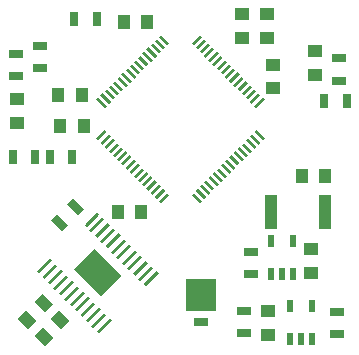
<source format=gbr>
G04 #@! TF.FileFunction,Soldermask,Bot*
%FSLAX46Y46*%
G04 Gerber Fmt 4.6, Leading zero omitted, Abs format (unit mm)*
G04 Created by KiCad (PCBNEW (2014-12-04 BZR 5312)-product) date St 22. apríl 2015, 11:14:28 CEST*
%MOMM*%
G01*
G04 APERTURE LIST*
%ADD10C,0.100000*%
%ADD11R,1.300000X0.700000*%
%ADD12R,0.700000X1.300000*%
%ADD13R,0.500000X1.000000*%
%ADD14R,1.000000X3.000000*%
%ADD15R,1.250000X1.000000*%
%ADD16R,1.000000X1.250000*%
%ADD17C,0.250000*%
%ADD18R,2.540000X2.670000*%
%ADD19R,1.270000X0.762000*%
G04 APERTURE END LIST*
D10*
G36*
X233644101Y-76584023D02*
X233467324Y-76760800D01*
X232760217Y-76053693D01*
X232936994Y-75876916D01*
X233644101Y-76584023D01*
X233644101Y-76584023D01*
G37*
G36*
X233290548Y-76937577D02*
X233113771Y-77114354D01*
X232406664Y-76407247D01*
X232583441Y-76230470D01*
X233290548Y-76937577D01*
X233290548Y-76937577D01*
G37*
G36*
X232936994Y-77291130D02*
X232760217Y-77467907D01*
X232053110Y-76760800D01*
X232229887Y-76584023D01*
X232936994Y-77291130D01*
X232936994Y-77291130D01*
G37*
G36*
X232583441Y-77644683D02*
X232406664Y-77821460D01*
X231699557Y-77114353D01*
X231876334Y-76937576D01*
X232583441Y-77644683D01*
X232583441Y-77644683D01*
G37*
G36*
X232229888Y-77998237D02*
X232053111Y-78175014D01*
X231346004Y-77467907D01*
X231522781Y-77291130D01*
X232229888Y-77998237D01*
X232229888Y-77998237D01*
G37*
G36*
X231876334Y-78351790D02*
X231699557Y-78528567D01*
X230992450Y-77821460D01*
X231169227Y-77644683D01*
X231876334Y-78351790D01*
X231876334Y-78351790D01*
G37*
G36*
X231522781Y-78705344D02*
X231346004Y-78882121D01*
X230638897Y-78175014D01*
X230815674Y-77998237D01*
X231522781Y-78705344D01*
X231522781Y-78705344D01*
G37*
G36*
X231169227Y-79058897D02*
X230992450Y-79235674D01*
X230285343Y-78528567D01*
X230462120Y-78351790D01*
X231169227Y-79058897D01*
X231169227Y-79058897D01*
G37*
G36*
X230815674Y-79412450D02*
X230638897Y-79589227D01*
X229931790Y-78882120D01*
X230108567Y-78705343D01*
X230815674Y-79412450D01*
X230815674Y-79412450D01*
G37*
G36*
X230462121Y-79766004D02*
X230285344Y-79942781D01*
X229578237Y-79235674D01*
X229755014Y-79058897D01*
X230462121Y-79766004D01*
X230462121Y-79766004D01*
G37*
G36*
X230108567Y-80119557D02*
X229931790Y-80296334D01*
X229224683Y-79589227D01*
X229401460Y-79412450D01*
X230108567Y-80119557D01*
X230108567Y-80119557D01*
G37*
G36*
X229755014Y-80473111D02*
X229578237Y-80649888D01*
X228871130Y-79942781D01*
X229047907Y-79766004D01*
X229755014Y-80473111D01*
X229755014Y-80473111D01*
G37*
G36*
X229401460Y-80826664D02*
X229224683Y-81003441D01*
X228517576Y-80296334D01*
X228694353Y-80119557D01*
X229401460Y-80826664D01*
X229401460Y-80826664D01*
G37*
G36*
X229047907Y-81180217D02*
X228871130Y-81356994D01*
X228164023Y-80649887D01*
X228340800Y-80473110D01*
X229047907Y-81180217D01*
X229047907Y-81180217D01*
G37*
G36*
X228694354Y-81533771D02*
X228517577Y-81710548D01*
X227810470Y-81003441D01*
X227987247Y-80826664D01*
X228694354Y-81533771D01*
X228694354Y-81533771D01*
G37*
G36*
X228340800Y-81887324D02*
X228164023Y-82064101D01*
X227456916Y-81356994D01*
X227633693Y-81180217D01*
X228340800Y-81887324D01*
X228340800Y-81887324D01*
G37*
G36*
X224875977Y-82064101D02*
X224699200Y-81887324D01*
X225406307Y-81180217D01*
X225583084Y-81356994D01*
X224875977Y-82064101D01*
X224875977Y-82064101D01*
G37*
G36*
X224522423Y-81710548D02*
X224345646Y-81533771D01*
X225052753Y-80826664D01*
X225229530Y-81003441D01*
X224522423Y-81710548D01*
X224522423Y-81710548D01*
G37*
G36*
X224168870Y-81356994D02*
X223992093Y-81180217D01*
X224699200Y-80473110D01*
X224875977Y-80649887D01*
X224168870Y-81356994D01*
X224168870Y-81356994D01*
G37*
G36*
X223815317Y-81003441D02*
X223638540Y-80826664D01*
X224345647Y-80119557D01*
X224522424Y-80296334D01*
X223815317Y-81003441D01*
X223815317Y-81003441D01*
G37*
G36*
X223461763Y-80649888D02*
X223284986Y-80473111D01*
X223992093Y-79766004D01*
X224168870Y-79942781D01*
X223461763Y-80649888D01*
X223461763Y-80649888D01*
G37*
G36*
X223108210Y-80296334D02*
X222931433Y-80119557D01*
X223638540Y-79412450D01*
X223815317Y-79589227D01*
X223108210Y-80296334D01*
X223108210Y-80296334D01*
G37*
G36*
X222754656Y-79942781D02*
X222577879Y-79766004D01*
X223284986Y-79058897D01*
X223461763Y-79235674D01*
X222754656Y-79942781D01*
X222754656Y-79942781D01*
G37*
G36*
X222401103Y-79589227D02*
X222224326Y-79412450D01*
X222931433Y-78705343D01*
X223108210Y-78882120D01*
X222401103Y-79589227D01*
X222401103Y-79589227D01*
G37*
G36*
X222047550Y-79235674D02*
X221870773Y-79058897D01*
X222577880Y-78351790D01*
X222754657Y-78528567D01*
X222047550Y-79235674D01*
X222047550Y-79235674D01*
G37*
G36*
X221693996Y-78882121D02*
X221517219Y-78705344D01*
X222224326Y-77998237D01*
X222401103Y-78175014D01*
X221693996Y-78882121D01*
X221693996Y-78882121D01*
G37*
G36*
X221340443Y-78528567D02*
X221163666Y-78351790D01*
X221870773Y-77644683D01*
X222047550Y-77821460D01*
X221340443Y-78528567D01*
X221340443Y-78528567D01*
G37*
G36*
X220986889Y-78175014D02*
X220810112Y-77998237D01*
X221517219Y-77291130D01*
X221693996Y-77467907D01*
X220986889Y-78175014D01*
X220986889Y-78175014D01*
G37*
G36*
X220633336Y-77821460D02*
X220456559Y-77644683D01*
X221163666Y-76937576D01*
X221340443Y-77114353D01*
X220633336Y-77821460D01*
X220633336Y-77821460D01*
G37*
G36*
X220279783Y-77467907D02*
X220103006Y-77291130D01*
X220810113Y-76584023D01*
X220986890Y-76760800D01*
X220279783Y-77467907D01*
X220279783Y-77467907D01*
G37*
G36*
X219926229Y-77114354D02*
X219749452Y-76937577D01*
X220456559Y-76230470D01*
X220633336Y-76407247D01*
X219926229Y-77114354D01*
X219926229Y-77114354D01*
G37*
G36*
X219572676Y-76760800D02*
X219395899Y-76584023D01*
X220103006Y-75876916D01*
X220279783Y-76053693D01*
X219572676Y-76760800D01*
X219572676Y-76760800D01*
G37*
G36*
X220279783Y-73826307D02*
X220103006Y-74003084D01*
X219395899Y-73295977D01*
X219572676Y-73119200D01*
X220279783Y-73826307D01*
X220279783Y-73826307D01*
G37*
G36*
X220633336Y-73472753D02*
X220456559Y-73649530D01*
X219749452Y-72942423D01*
X219926229Y-72765646D01*
X220633336Y-73472753D01*
X220633336Y-73472753D01*
G37*
G36*
X220986890Y-73119200D02*
X220810113Y-73295977D01*
X220103006Y-72588870D01*
X220279783Y-72412093D01*
X220986890Y-73119200D01*
X220986890Y-73119200D01*
G37*
G36*
X221340443Y-72765647D02*
X221163666Y-72942424D01*
X220456559Y-72235317D01*
X220633336Y-72058540D01*
X221340443Y-72765647D01*
X221340443Y-72765647D01*
G37*
G36*
X221693996Y-72412093D02*
X221517219Y-72588870D01*
X220810112Y-71881763D01*
X220986889Y-71704986D01*
X221693996Y-72412093D01*
X221693996Y-72412093D01*
G37*
G36*
X222047550Y-72058540D02*
X221870773Y-72235317D01*
X221163666Y-71528210D01*
X221340443Y-71351433D01*
X222047550Y-72058540D01*
X222047550Y-72058540D01*
G37*
G36*
X222401103Y-71704986D02*
X222224326Y-71881763D01*
X221517219Y-71174656D01*
X221693996Y-70997879D01*
X222401103Y-71704986D01*
X222401103Y-71704986D01*
G37*
G36*
X222754657Y-71351433D02*
X222577880Y-71528210D01*
X221870773Y-70821103D01*
X222047550Y-70644326D01*
X222754657Y-71351433D01*
X222754657Y-71351433D01*
G37*
G36*
X223108210Y-70997880D02*
X222931433Y-71174657D01*
X222224326Y-70467550D01*
X222401103Y-70290773D01*
X223108210Y-70997880D01*
X223108210Y-70997880D01*
G37*
G36*
X223461763Y-70644326D02*
X223284986Y-70821103D01*
X222577879Y-70113996D01*
X222754656Y-69937219D01*
X223461763Y-70644326D01*
X223461763Y-70644326D01*
G37*
G36*
X223815317Y-70290773D02*
X223638540Y-70467550D01*
X222931433Y-69760443D01*
X223108210Y-69583666D01*
X223815317Y-70290773D01*
X223815317Y-70290773D01*
G37*
G36*
X224168870Y-69937219D02*
X223992093Y-70113996D01*
X223284986Y-69406889D01*
X223461763Y-69230112D01*
X224168870Y-69937219D01*
X224168870Y-69937219D01*
G37*
G36*
X224522424Y-69583666D02*
X224345647Y-69760443D01*
X223638540Y-69053336D01*
X223815317Y-68876559D01*
X224522424Y-69583666D01*
X224522424Y-69583666D01*
G37*
G36*
X224875977Y-69230113D02*
X224699200Y-69406890D01*
X223992093Y-68699783D01*
X224168870Y-68523006D01*
X224875977Y-69230113D01*
X224875977Y-69230113D01*
G37*
G36*
X225229530Y-68876559D02*
X225052753Y-69053336D01*
X224345646Y-68346229D01*
X224522423Y-68169452D01*
X225229530Y-68876559D01*
X225229530Y-68876559D01*
G37*
G36*
X225583084Y-68523006D02*
X225406307Y-68699783D01*
X224699200Y-67992676D01*
X224875977Y-67815899D01*
X225583084Y-68523006D01*
X225583084Y-68523006D01*
G37*
G36*
X227633693Y-68699783D02*
X227456916Y-68523006D01*
X228164023Y-67815899D01*
X228340800Y-67992676D01*
X227633693Y-68699783D01*
X227633693Y-68699783D01*
G37*
G36*
X227987247Y-69053336D02*
X227810470Y-68876559D01*
X228517577Y-68169452D01*
X228694354Y-68346229D01*
X227987247Y-69053336D01*
X227987247Y-69053336D01*
G37*
G36*
X228340800Y-69406890D02*
X228164023Y-69230113D01*
X228871130Y-68523006D01*
X229047907Y-68699783D01*
X228340800Y-69406890D01*
X228340800Y-69406890D01*
G37*
G36*
X228694353Y-69760443D02*
X228517576Y-69583666D01*
X229224683Y-68876559D01*
X229401460Y-69053336D01*
X228694353Y-69760443D01*
X228694353Y-69760443D01*
G37*
G36*
X229047907Y-70113996D02*
X228871130Y-69937219D01*
X229578237Y-69230112D01*
X229755014Y-69406889D01*
X229047907Y-70113996D01*
X229047907Y-70113996D01*
G37*
G36*
X229401460Y-70467550D02*
X229224683Y-70290773D01*
X229931790Y-69583666D01*
X230108567Y-69760443D01*
X229401460Y-70467550D01*
X229401460Y-70467550D01*
G37*
G36*
X229755014Y-70821103D02*
X229578237Y-70644326D01*
X230285344Y-69937219D01*
X230462121Y-70113996D01*
X229755014Y-70821103D01*
X229755014Y-70821103D01*
G37*
G36*
X230108567Y-71174657D02*
X229931790Y-70997880D01*
X230638897Y-70290773D01*
X230815674Y-70467550D01*
X230108567Y-71174657D01*
X230108567Y-71174657D01*
G37*
G36*
X230462120Y-71528210D02*
X230285343Y-71351433D01*
X230992450Y-70644326D01*
X231169227Y-70821103D01*
X230462120Y-71528210D01*
X230462120Y-71528210D01*
G37*
G36*
X230815674Y-71881763D02*
X230638897Y-71704986D01*
X231346004Y-70997879D01*
X231522781Y-71174656D01*
X230815674Y-71881763D01*
X230815674Y-71881763D01*
G37*
G36*
X231169227Y-72235317D02*
X230992450Y-72058540D01*
X231699557Y-71351433D01*
X231876334Y-71528210D01*
X231169227Y-72235317D01*
X231169227Y-72235317D01*
G37*
G36*
X231522781Y-72588870D02*
X231346004Y-72412093D01*
X232053111Y-71704986D01*
X232229888Y-71881763D01*
X231522781Y-72588870D01*
X231522781Y-72588870D01*
G37*
G36*
X231876334Y-72942424D02*
X231699557Y-72765647D01*
X232406664Y-72058540D01*
X232583441Y-72235317D01*
X231876334Y-72942424D01*
X231876334Y-72942424D01*
G37*
G36*
X232229887Y-73295977D02*
X232053110Y-73119200D01*
X232760217Y-72412093D01*
X232936994Y-72588870D01*
X232229887Y-73295977D01*
X232229887Y-73295977D01*
G37*
G36*
X232583441Y-73649530D02*
X232406664Y-73472753D01*
X233113771Y-72765646D01*
X233290548Y-72942423D01*
X232583441Y-73649530D01*
X232583441Y-73649530D01*
G37*
G36*
X232936994Y-74003084D02*
X232760217Y-73826307D01*
X233467324Y-73119200D01*
X233644101Y-73295977D01*
X232936994Y-74003084D01*
X232936994Y-74003084D01*
G37*
D11*
X239928400Y-71714400D03*
X239928400Y-69814400D03*
D12*
X238699000Y-73456800D03*
X240599000Y-73456800D03*
D11*
X232460800Y-88072000D03*
X232460800Y-86172000D03*
X212615780Y-69418160D03*
X212615780Y-71318160D03*
X214617300Y-68727280D03*
X214617300Y-70627280D03*
D12*
X214233800Y-78181200D03*
X212333800Y-78181200D03*
D11*
X231927400Y-91175800D03*
X231927400Y-93075800D03*
D12*
X217332600Y-78181200D03*
X215432600Y-78181200D03*
X217540800Y-66522600D03*
X219440800Y-66522600D03*
D10*
G36*
X217426419Y-81653742D02*
X218345658Y-82572981D01*
X217850683Y-83067956D01*
X216931444Y-82148717D01*
X217426419Y-81653742D01*
X217426419Y-81653742D01*
G37*
G36*
X216082917Y-82997244D02*
X217002156Y-83916483D01*
X216507181Y-84411458D01*
X215587942Y-83492219D01*
X216082917Y-82997244D01*
X216082917Y-82997244D01*
G37*
D13*
X237678000Y-93602000D03*
X236728000Y-93602000D03*
X235778000Y-93602000D03*
X237678000Y-90802000D03*
X235778000Y-90802000D03*
D14*
X238774000Y-82804000D03*
X234174000Y-82804000D03*
D11*
X239776000Y-93152000D03*
X239776000Y-91252000D03*
D13*
X236052400Y-88064800D03*
X235102400Y-88064800D03*
X234152400Y-88064800D03*
X236052400Y-85264800D03*
X234152400Y-85264800D03*
D15*
X233832400Y-68056000D03*
X233832400Y-66056000D03*
X237896400Y-69180200D03*
X237896400Y-71180200D03*
X237591600Y-87969600D03*
X237591600Y-85969600D03*
X233934000Y-91202000D03*
X233934000Y-93202000D03*
D16*
X236794800Y-79806800D03*
X238794800Y-79806800D03*
D15*
X234391200Y-72348600D03*
X234391200Y-70348600D03*
D16*
X223707200Y-66751200D03*
X221707200Y-66751200D03*
X221199200Y-82854800D03*
X223199200Y-82854800D03*
X218322400Y-75539600D03*
X216322400Y-75539600D03*
D15*
X231749600Y-68056000D03*
X231749600Y-66056000D03*
D16*
X218170000Y-72923400D03*
X216170000Y-72923400D03*
D15*
X212648800Y-73295000D03*
X212648800Y-75295000D03*
D10*
G36*
X216264719Y-91156598D02*
X217148602Y-92040481D01*
X216441495Y-92747588D01*
X215557612Y-91863705D01*
X216264719Y-91156598D01*
X216264719Y-91156598D01*
G37*
G36*
X214850505Y-92570812D02*
X215734388Y-93454695D01*
X215027281Y-94161802D01*
X214143398Y-93277919D01*
X214850505Y-92570812D01*
X214850505Y-92570812D01*
G37*
G36*
X213604881Y-92739402D02*
X212720998Y-91855519D01*
X213428105Y-91148412D01*
X214311988Y-92032295D01*
X213604881Y-92739402D01*
X213604881Y-92739402D01*
G37*
G36*
X215019095Y-91325188D02*
X214135212Y-90441305D01*
X214842319Y-89734198D01*
X215726202Y-90618081D01*
X215019095Y-91325188D01*
X215019095Y-91325188D01*
G37*
D17*
X219431611Y-82972575D02*
X218512373Y-83891813D01*
D10*
G36*
X218795216Y-84351433D02*
X219891231Y-83255418D01*
X220068008Y-83432195D01*
X218971993Y-84528210D01*
X218795216Y-84351433D01*
X218795216Y-84351433D01*
G37*
G36*
X219254835Y-84811052D02*
X220350850Y-83715037D01*
X220527627Y-83891814D01*
X219431612Y-84987829D01*
X219254835Y-84811052D01*
X219254835Y-84811052D01*
G37*
G36*
X219714454Y-85270671D02*
X220810469Y-84174656D01*
X220987246Y-84351433D01*
X219891231Y-85447448D01*
X219714454Y-85270671D01*
X219714454Y-85270671D01*
G37*
G36*
X220174074Y-85730291D02*
X221270089Y-84634276D01*
X221446866Y-84811053D01*
X220350851Y-85907068D01*
X220174074Y-85730291D01*
X220174074Y-85730291D01*
G37*
G36*
X220633693Y-86189910D02*
X221729708Y-85093895D01*
X221906485Y-85270672D01*
X220810470Y-86366687D01*
X220633693Y-86189910D01*
X220633693Y-86189910D01*
G37*
G36*
X221093313Y-86649530D02*
X222189328Y-85553515D01*
X222366105Y-85730292D01*
X221270090Y-86826307D01*
X221093313Y-86649530D01*
X221093313Y-86649530D01*
G37*
G36*
X221552932Y-87109149D02*
X222648947Y-86013134D01*
X222825724Y-86189911D01*
X221729709Y-87285926D01*
X221552932Y-87109149D01*
X221552932Y-87109149D01*
G37*
G36*
X222012552Y-87568769D02*
X223108567Y-86472754D01*
X223285344Y-86649531D01*
X222189329Y-87745546D01*
X222012552Y-87568769D01*
X222012552Y-87568769D01*
G37*
G36*
X222472171Y-88028388D02*
X223568186Y-86932373D01*
X223744963Y-87109150D01*
X222648948Y-88205165D01*
X222472171Y-88028388D01*
X222472171Y-88028388D01*
G37*
G36*
X222931790Y-88488007D02*
X224027805Y-87391992D01*
X224204582Y-87568769D01*
X223108567Y-88664784D01*
X222931790Y-88488007D01*
X222931790Y-88488007D01*
G37*
G36*
X223391410Y-88947627D02*
X224487425Y-87851612D01*
X224664202Y-88028389D01*
X223568187Y-89124404D01*
X223391410Y-88947627D01*
X223391410Y-88947627D01*
G37*
G36*
X219431612Y-92907425D02*
X220527627Y-91811410D01*
X220704404Y-91988187D01*
X219608389Y-93084202D01*
X219431612Y-92907425D01*
X219431612Y-92907425D01*
G37*
G36*
X218971992Y-92447805D02*
X220068007Y-91351790D01*
X220244784Y-91528567D01*
X219148769Y-92624582D01*
X218971992Y-92447805D01*
X218971992Y-92447805D01*
G37*
G36*
X218512373Y-91988186D02*
X219608388Y-90892171D01*
X219785165Y-91068948D01*
X218689150Y-92164963D01*
X218512373Y-91988186D01*
X218512373Y-91988186D01*
G37*
G36*
X218052754Y-91528567D02*
X219148769Y-90432552D01*
X219325546Y-90609329D01*
X218229531Y-91705344D01*
X218052754Y-91528567D01*
X218052754Y-91528567D01*
G37*
G36*
X217593134Y-91068947D02*
X218689149Y-89972932D01*
X218865926Y-90149709D01*
X217769911Y-91245724D01*
X217593134Y-91068947D01*
X217593134Y-91068947D01*
G37*
G36*
X217133515Y-90609328D02*
X218229530Y-89513313D01*
X218406307Y-89690090D01*
X217310292Y-90786105D01*
X217133515Y-90609328D01*
X217133515Y-90609328D01*
G37*
G36*
X216673895Y-90149708D02*
X217769910Y-89053693D01*
X217946687Y-89230470D01*
X216850672Y-90326485D01*
X216673895Y-90149708D01*
X216673895Y-90149708D01*
G37*
G36*
X216214276Y-89690089D02*
X217310291Y-88594074D01*
X217487068Y-88770851D01*
X216391053Y-89866866D01*
X216214276Y-89690089D01*
X216214276Y-89690089D01*
G37*
G36*
X215754656Y-89230469D02*
X216850671Y-88134454D01*
X217027448Y-88311231D01*
X215931433Y-89407246D01*
X215754656Y-89230469D01*
X215754656Y-89230469D01*
G37*
G36*
X215295037Y-88770850D02*
X216391052Y-87674835D01*
X216567829Y-87851612D01*
X215471814Y-88947627D01*
X215295037Y-88770850D01*
X215295037Y-88770850D01*
G37*
G36*
X214835418Y-88311231D02*
X215931433Y-87215216D01*
X216108210Y-87391993D01*
X215012195Y-88488008D01*
X214835418Y-88311231D01*
X214835418Y-88311231D01*
G37*
G36*
X214375798Y-87851611D02*
X215471813Y-86755596D01*
X215648590Y-86932373D01*
X214552575Y-88028388D01*
X214375798Y-87851611D01*
X214375798Y-87851611D01*
G37*
G36*
X217511817Y-87628873D02*
X219208873Y-85931817D01*
X221528183Y-88251127D01*
X219831127Y-89948183D01*
X217511817Y-87628873D01*
X217511817Y-87628873D01*
G37*
D18*
X228277420Y-89822540D03*
D19*
X228277420Y-92173540D03*
M02*

</source>
